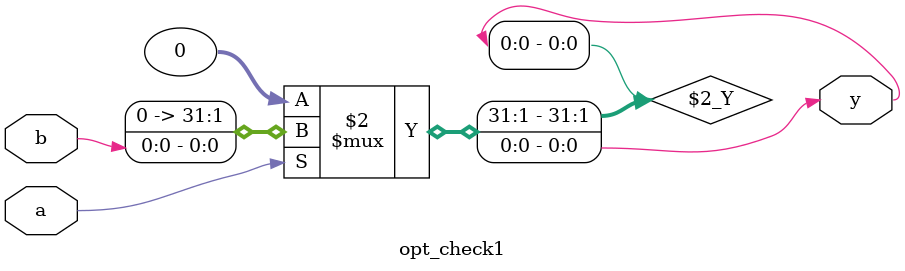
<source format=v>
module opt_check1 (
	input 	a , 
	input 	b , 
	output 	y
);
	assign y = a?b:0;
endmodule

</source>
